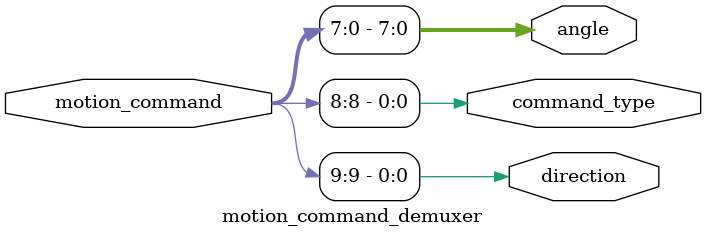
<source format=v>
`timescale 1ns/10ps

module motion_command_demuxer(motion_command,command_type,angle, direction);

	input [9:0] motion_command;

	output direction;
	output command_type;
	output [7:0] angle;

	wire direction;
	wire command_type;
	wire [7:0] angle;
	
	assign command_type = motion_command[8];
	assign direction = motion_command[9];
	assign angle = motion_command[7:0]; //bit 7 is straight or curved if turning on a curve
endmodule

</source>
